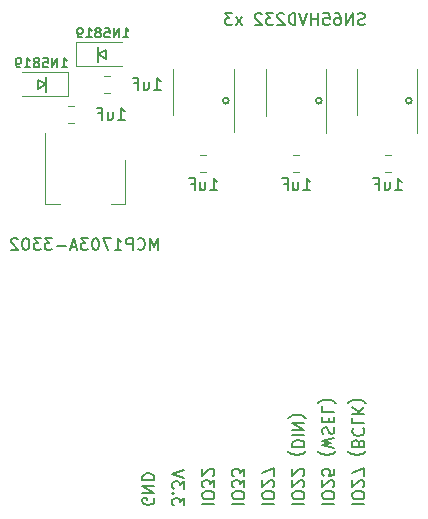
<source format=gbr>
G04 #@! TF.GenerationSoftware,KiCad,Pcbnew,5.1.5+dfsg1-2build2*
G04 #@! TF.CreationDate,2020-08-18T22:28:12+10:00*
G04 #@! TF.ProjectId,sid-board-v3,7369642d-626f-4617-9264-2d76332e6b69,rev?*
G04 #@! TF.SameCoordinates,Original*
G04 #@! TF.FileFunction,Legend,Bot*
G04 #@! TF.FilePolarity,Positive*
%FSLAX46Y46*%
G04 Gerber Fmt 4.6, Leading zero omitted, Abs format (unit mm)*
G04 Created by KiCad (PCBNEW 5.1.5+dfsg1-2build2) date 2020-08-18 22:28:12*
%MOMM*%
%LPD*%
G04 APERTURE LIST*
%ADD10C,0.150000*%
%ADD11C,0.200000*%
%ADD12C,0.120000*%
G04 APERTURE END LIST*
D10*
X126238000Y-82042000D02*
X125603000Y-81661000D01*
X126238000Y-81280000D02*
X126238000Y-82042000D01*
X125603000Y-81661000D02*
X126238000Y-81280000D01*
X125603000Y-81026000D02*
X125603000Y-82296000D01*
X120523000Y-84582000D02*
X121158000Y-84201000D01*
X120523000Y-83820000D02*
X120523000Y-84582000D01*
X121158000Y-84201000D02*
X120523000Y-83820000D01*
X121158000Y-83566000D02*
X121158000Y-84836000D01*
X136652000Y-85598000D02*
G75*
G03X136652000Y-85598000I-254000J0D01*
G01*
X144526000Y-85598000D02*
G75*
G03X144526000Y-85598000I-254000J0D01*
G01*
X152146000Y-85598000D02*
G75*
G03X152146000Y-85598000I-254000J0D01*
G01*
D11*
X130294000Y-119250095D02*
X130341619Y-119345333D01*
X130341619Y-119488190D01*
X130294000Y-119631047D01*
X130198761Y-119726285D01*
X130103523Y-119773904D01*
X129913047Y-119821523D01*
X129770190Y-119821523D01*
X129579714Y-119773904D01*
X129484476Y-119726285D01*
X129389238Y-119631047D01*
X129341619Y-119488190D01*
X129341619Y-119392952D01*
X129389238Y-119250095D01*
X129436857Y-119202476D01*
X129770190Y-119202476D01*
X129770190Y-119392952D01*
X129341619Y-118773904D02*
X130341619Y-118773904D01*
X129341619Y-118202476D01*
X130341619Y-118202476D01*
X129341619Y-117726285D02*
X130341619Y-117726285D01*
X130341619Y-117488190D01*
X130294000Y-117345333D01*
X130198761Y-117250095D01*
X130103523Y-117202476D01*
X129913047Y-117154857D01*
X129770190Y-117154857D01*
X129579714Y-117202476D01*
X129484476Y-117250095D01*
X129389238Y-117345333D01*
X129341619Y-117488190D01*
X129341619Y-117726285D01*
X132881619Y-119869142D02*
X132881619Y-119250095D01*
X132500666Y-119583428D01*
X132500666Y-119440571D01*
X132453047Y-119345333D01*
X132405428Y-119297714D01*
X132310190Y-119250095D01*
X132072095Y-119250095D01*
X131976857Y-119297714D01*
X131929238Y-119345333D01*
X131881619Y-119440571D01*
X131881619Y-119726285D01*
X131929238Y-119821523D01*
X131976857Y-119869142D01*
X131976857Y-118821523D02*
X131929238Y-118773904D01*
X131881619Y-118821523D01*
X131929238Y-118869142D01*
X131976857Y-118821523D01*
X131881619Y-118821523D01*
X132881619Y-118440571D02*
X132881619Y-117821523D01*
X132500666Y-118154857D01*
X132500666Y-118012000D01*
X132453047Y-117916761D01*
X132405428Y-117869142D01*
X132310190Y-117821523D01*
X132072095Y-117821523D01*
X131976857Y-117869142D01*
X131929238Y-117916761D01*
X131881619Y-118012000D01*
X131881619Y-118297714D01*
X131929238Y-118392952D01*
X131976857Y-118440571D01*
X132881619Y-117535809D02*
X131881619Y-117202476D01*
X132881619Y-116869142D01*
X134421619Y-119773904D02*
X135421619Y-119773904D01*
X135421619Y-119107238D02*
X135421619Y-118916761D01*
X135374000Y-118821523D01*
X135278761Y-118726285D01*
X135088285Y-118678666D01*
X134754952Y-118678666D01*
X134564476Y-118726285D01*
X134469238Y-118821523D01*
X134421619Y-118916761D01*
X134421619Y-119107238D01*
X134469238Y-119202476D01*
X134564476Y-119297714D01*
X134754952Y-119345333D01*
X135088285Y-119345333D01*
X135278761Y-119297714D01*
X135374000Y-119202476D01*
X135421619Y-119107238D01*
X135421619Y-118345333D02*
X135421619Y-117726285D01*
X135040666Y-118059619D01*
X135040666Y-117916761D01*
X134993047Y-117821523D01*
X134945428Y-117773904D01*
X134850190Y-117726285D01*
X134612095Y-117726285D01*
X134516857Y-117773904D01*
X134469238Y-117821523D01*
X134421619Y-117916761D01*
X134421619Y-118202476D01*
X134469238Y-118297714D01*
X134516857Y-118345333D01*
X135326380Y-117345333D02*
X135374000Y-117297714D01*
X135421619Y-117202476D01*
X135421619Y-116964380D01*
X135374000Y-116869142D01*
X135326380Y-116821523D01*
X135231142Y-116773904D01*
X135135904Y-116773904D01*
X134993047Y-116821523D01*
X134421619Y-117392952D01*
X134421619Y-116773904D01*
X136961619Y-119773904D02*
X137961619Y-119773904D01*
X137961619Y-119107238D02*
X137961619Y-118916761D01*
X137914000Y-118821523D01*
X137818761Y-118726285D01*
X137628285Y-118678666D01*
X137294952Y-118678666D01*
X137104476Y-118726285D01*
X137009238Y-118821523D01*
X136961619Y-118916761D01*
X136961619Y-119107238D01*
X137009238Y-119202476D01*
X137104476Y-119297714D01*
X137294952Y-119345333D01*
X137628285Y-119345333D01*
X137818761Y-119297714D01*
X137914000Y-119202476D01*
X137961619Y-119107238D01*
X137961619Y-118345333D02*
X137961619Y-117726285D01*
X137580666Y-118059619D01*
X137580666Y-117916761D01*
X137533047Y-117821523D01*
X137485428Y-117773904D01*
X137390190Y-117726285D01*
X137152095Y-117726285D01*
X137056857Y-117773904D01*
X137009238Y-117821523D01*
X136961619Y-117916761D01*
X136961619Y-118202476D01*
X137009238Y-118297714D01*
X137056857Y-118345333D01*
X137961619Y-117392952D02*
X137961619Y-116773904D01*
X137580666Y-117107238D01*
X137580666Y-116964380D01*
X137533047Y-116869142D01*
X137485428Y-116821523D01*
X137390190Y-116773904D01*
X137152095Y-116773904D01*
X137056857Y-116821523D01*
X137009238Y-116869142D01*
X136961619Y-116964380D01*
X136961619Y-117250095D01*
X137009238Y-117345333D01*
X137056857Y-117392952D01*
X139501619Y-119773904D02*
X140501619Y-119773904D01*
X140501619Y-119107238D02*
X140501619Y-118916761D01*
X140454000Y-118821523D01*
X140358761Y-118726285D01*
X140168285Y-118678666D01*
X139834952Y-118678666D01*
X139644476Y-118726285D01*
X139549238Y-118821523D01*
X139501619Y-118916761D01*
X139501619Y-119107238D01*
X139549238Y-119202476D01*
X139644476Y-119297714D01*
X139834952Y-119345333D01*
X140168285Y-119345333D01*
X140358761Y-119297714D01*
X140454000Y-119202476D01*
X140501619Y-119107238D01*
X140406380Y-118297714D02*
X140454000Y-118250095D01*
X140501619Y-118154857D01*
X140501619Y-117916761D01*
X140454000Y-117821523D01*
X140406380Y-117773904D01*
X140311142Y-117726285D01*
X140215904Y-117726285D01*
X140073047Y-117773904D01*
X139501619Y-118345333D01*
X139501619Y-117726285D01*
X140501619Y-117392952D02*
X140501619Y-116726285D01*
X139501619Y-117154857D01*
X142041619Y-119773904D02*
X143041619Y-119773904D01*
X143041619Y-119107238D02*
X143041619Y-118916761D01*
X142994000Y-118821523D01*
X142898761Y-118726285D01*
X142708285Y-118678666D01*
X142374952Y-118678666D01*
X142184476Y-118726285D01*
X142089238Y-118821523D01*
X142041619Y-118916761D01*
X142041619Y-119107238D01*
X142089238Y-119202476D01*
X142184476Y-119297714D01*
X142374952Y-119345333D01*
X142708285Y-119345333D01*
X142898761Y-119297714D01*
X142994000Y-119202476D01*
X143041619Y-119107238D01*
X142946380Y-118297714D02*
X142994000Y-118250095D01*
X143041619Y-118154857D01*
X143041619Y-117916761D01*
X142994000Y-117821523D01*
X142946380Y-117773904D01*
X142851142Y-117726285D01*
X142755904Y-117726285D01*
X142613047Y-117773904D01*
X142041619Y-118345333D01*
X142041619Y-117726285D01*
X142946380Y-117345333D02*
X142994000Y-117297714D01*
X143041619Y-117202476D01*
X143041619Y-116964380D01*
X142994000Y-116869142D01*
X142946380Y-116821523D01*
X142851142Y-116773904D01*
X142755904Y-116773904D01*
X142613047Y-116821523D01*
X142041619Y-117392952D01*
X142041619Y-116773904D01*
X141660666Y-115297714D02*
X141708285Y-115345333D01*
X141851142Y-115440571D01*
X141946380Y-115488190D01*
X142089238Y-115535809D01*
X142327333Y-115583428D01*
X142517809Y-115583428D01*
X142755904Y-115535809D01*
X142898761Y-115488190D01*
X142994000Y-115440571D01*
X143136857Y-115345333D01*
X143184476Y-115297714D01*
X142041619Y-114916761D02*
X143041619Y-114916761D01*
X143041619Y-114678666D01*
X142994000Y-114535809D01*
X142898761Y-114440571D01*
X142803523Y-114392952D01*
X142613047Y-114345333D01*
X142470190Y-114345333D01*
X142279714Y-114392952D01*
X142184476Y-114440571D01*
X142089238Y-114535809D01*
X142041619Y-114678666D01*
X142041619Y-114916761D01*
X142041619Y-113916761D02*
X143041619Y-113916761D01*
X142041619Y-113440571D02*
X143041619Y-113440571D01*
X142041619Y-112869142D01*
X143041619Y-112869142D01*
X141660666Y-112488190D02*
X141708285Y-112440571D01*
X141851142Y-112345333D01*
X141946380Y-112297714D01*
X142089238Y-112250095D01*
X142327333Y-112202476D01*
X142517809Y-112202476D01*
X142755904Y-112250095D01*
X142898761Y-112297714D01*
X142994000Y-112345333D01*
X143136857Y-112440571D01*
X143184476Y-112488190D01*
X144581619Y-119773904D02*
X145581619Y-119773904D01*
X145581619Y-119107238D02*
X145581619Y-118916761D01*
X145534000Y-118821523D01*
X145438761Y-118726285D01*
X145248285Y-118678666D01*
X144914952Y-118678666D01*
X144724476Y-118726285D01*
X144629238Y-118821523D01*
X144581619Y-118916761D01*
X144581619Y-119107238D01*
X144629238Y-119202476D01*
X144724476Y-119297714D01*
X144914952Y-119345333D01*
X145248285Y-119345333D01*
X145438761Y-119297714D01*
X145534000Y-119202476D01*
X145581619Y-119107238D01*
X145486380Y-118297714D02*
X145534000Y-118250095D01*
X145581619Y-118154857D01*
X145581619Y-117916761D01*
X145534000Y-117821523D01*
X145486380Y-117773904D01*
X145391142Y-117726285D01*
X145295904Y-117726285D01*
X145153047Y-117773904D01*
X144581619Y-118345333D01*
X144581619Y-117726285D01*
X145581619Y-116821523D02*
X145581619Y-117297714D01*
X145105428Y-117345333D01*
X145153047Y-117297714D01*
X145200666Y-117202476D01*
X145200666Y-116964380D01*
X145153047Y-116869142D01*
X145105428Y-116821523D01*
X145010190Y-116773904D01*
X144772095Y-116773904D01*
X144676857Y-116821523D01*
X144629238Y-116869142D01*
X144581619Y-116964380D01*
X144581619Y-117202476D01*
X144629238Y-117297714D01*
X144676857Y-117345333D01*
X144200666Y-115297714D02*
X144248285Y-115345333D01*
X144391142Y-115440571D01*
X144486380Y-115488190D01*
X144629238Y-115535809D01*
X144867333Y-115583428D01*
X145057809Y-115583428D01*
X145295904Y-115535809D01*
X145438761Y-115488190D01*
X145534000Y-115440571D01*
X145676857Y-115345333D01*
X145724476Y-115297714D01*
X145581619Y-115012000D02*
X144581619Y-114773904D01*
X145295904Y-114583428D01*
X144581619Y-114392952D01*
X145581619Y-114154857D01*
X144629238Y-113821523D02*
X144581619Y-113678666D01*
X144581619Y-113440571D01*
X144629238Y-113345333D01*
X144676857Y-113297714D01*
X144772095Y-113250095D01*
X144867333Y-113250095D01*
X144962571Y-113297714D01*
X145010190Y-113345333D01*
X145057809Y-113440571D01*
X145105428Y-113631047D01*
X145153047Y-113726285D01*
X145200666Y-113773904D01*
X145295904Y-113821523D01*
X145391142Y-113821523D01*
X145486380Y-113773904D01*
X145534000Y-113726285D01*
X145581619Y-113631047D01*
X145581619Y-113392952D01*
X145534000Y-113250095D01*
X145105428Y-112821523D02*
X145105428Y-112488190D01*
X144581619Y-112345333D02*
X144581619Y-112821523D01*
X145581619Y-112821523D01*
X145581619Y-112345333D01*
X144581619Y-111440571D02*
X144581619Y-111916761D01*
X145581619Y-111916761D01*
X144200666Y-111202476D02*
X144248285Y-111154857D01*
X144391142Y-111059619D01*
X144486380Y-111012000D01*
X144629238Y-110964380D01*
X144867333Y-110916761D01*
X145057809Y-110916761D01*
X145295904Y-110964380D01*
X145438761Y-111012000D01*
X145534000Y-111059619D01*
X145676857Y-111154857D01*
X145724476Y-111202476D01*
X147121619Y-119773904D02*
X148121619Y-119773904D01*
X148121619Y-119107238D02*
X148121619Y-118916761D01*
X148074000Y-118821523D01*
X147978761Y-118726285D01*
X147788285Y-118678666D01*
X147454952Y-118678666D01*
X147264476Y-118726285D01*
X147169238Y-118821523D01*
X147121619Y-118916761D01*
X147121619Y-119107238D01*
X147169238Y-119202476D01*
X147264476Y-119297714D01*
X147454952Y-119345333D01*
X147788285Y-119345333D01*
X147978761Y-119297714D01*
X148074000Y-119202476D01*
X148121619Y-119107238D01*
X148026380Y-118297714D02*
X148074000Y-118250095D01*
X148121619Y-118154857D01*
X148121619Y-117916761D01*
X148074000Y-117821523D01*
X148026380Y-117773904D01*
X147931142Y-117726285D01*
X147835904Y-117726285D01*
X147693047Y-117773904D01*
X147121619Y-118345333D01*
X147121619Y-117726285D01*
X148121619Y-117392952D02*
X148121619Y-116726285D01*
X147121619Y-117154857D01*
X146740666Y-115297714D02*
X146788285Y-115345333D01*
X146931142Y-115440571D01*
X147026380Y-115488190D01*
X147169238Y-115535809D01*
X147407333Y-115583428D01*
X147597809Y-115583428D01*
X147835904Y-115535809D01*
X147978761Y-115488190D01*
X148074000Y-115440571D01*
X148216857Y-115345333D01*
X148264476Y-115297714D01*
X147645428Y-114583428D02*
X147597809Y-114440571D01*
X147550190Y-114392952D01*
X147454952Y-114345333D01*
X147312095Y-114345333D01*
X147216857Y-114392952D01*
X147169238Y-114440571D01*
X147121619Y-114535809D01*
X147121619Y-114916761D01*
X148121619Y-114916761D01*
X148121619Y-114583428D01*
X148074000Y-114488190D01*
X148026380Y-114440571D01*
X147931142Y-114392952D01*
X147835904Y-114392952D01*
X147740666Y-114440571D01*
X147693047Y-114488190D01*
X147645428Y-114583428D01*
X147645428Y-114916761D01*
X147216857Y-113345333D02*
X147169238Y-113392952D01*
X147121619Y-113535809D01*
X147121619Y-113631047D01*
X147169238Y-113773904D01*
X147264476Y-113869142D01*
X147359714Y-113916761D01*
X147550190Y-113964380D01*
X147693047Y-113964380D01*
X147883523Y-113916761D01*
X147978761Y-113869142D01*
X148074000Y-113773904D01*
X148121619Y-113631047D01*
X148121619Y-113535809D01*
X148074000Y-113392952D01*
X148026380Y-113345333D01*
X147121619Y-112440571D02*
X147121619Y-112916761D01*
X148121619Y-112916761D01*
X147121619Y-112107238D02*
X148121619Y-112107238D01*
X147121619Y-111535809D02*
X147693047Y-111964380D01*
X148121619Y-111535809D02*
X147550190Y-112107238D01*
X146740666Y-111202476D02*
X146788285Y-111154857D01*
X146931142Y-111059619D01*
X147026380Y-111012000D01*
X147169238Y-110964380D01*
X147407333Y-110916761D01*
X147597809Y-110916761D01*
X147835904Y-110964380D01*
X147978761Y-111012000D01*
X148074000Y-111059619D01*
X148216857Y-111154857D01*
X148264476Y-111202476D01*
D12*
X123734000Y-82661000D02*
X127634000Y-82661000D01*
X123734000Y-80661000D02*
X127634000Y-80661000D01*
X123734000Y-82661000D02*
X123734000Y-80661000D01*
X147506420Y-84861825D02*
X147506420Y-82911825D01*
X147506420Y-84861825D02*
X147506420Y-86811825D01*
X152626420Y-84861825D02*
X152626420Y-82911825D01*
X152626420Y-84861825D02*
X152626420Y-88311825D01*
X121079000Y-88363252D02*
X121079000Y-94373252D01*
X127899000Y-90613252D02*
X127899000Y-94373252D01*
X121079000Y-94373252D02*
X122339000Y-94373252D01*
X127899000Y-94373252D02*
X126639000Y-94373252D01*
X142105748Y-91642000D02*
X142628252Y-91642000D01*
X142105748Y-90222000D02*
X142628252Y-90222000D01*
X149852748Y-90222000D02*
X150375252Y-90222000D01*
X149852748Y-91642000D02*
X150375252Y-91642000D01*
X144911877Y-84907159D02*
X144911877Y-88357159D01*
X144911877Y-84907159D02*
X144911877Y-82957159D01*
X139791877Y-84907159D02*
X139791877Y-86857159D01*
X139791877Y-84907159D02*
X139791877Y-82957159D01*
X123027000Y-83201000D02*
X119127000Y-83201000D01*
X123027000Y-85201000D02*
X119127000Y-85201000D01*
X123027000Y-83201000D02*
X123027000Y-85201000D01*
X134231748Y-91642000D02*
X134754252Y-91642000D01*
X134231748Y-90222000D02*
X134754252Y-90222000D01*
X123055748Y-86031000D02*
X123578252Y-86031000D01*
X123055748Y-87451000D02*
X123578252Y-87451000D01*
X137071485Y-84836000D02*
X137071485Y-88286000D01*
X137071485Y-84836000D02*
X137071485Y-82886000D01*
X131951485Y-84836000D02*
X131951485Y-86786000D01*
X131951485Y-84836000D02*
X131951485Y-82886000D01*
X126626252Y-83491000D02*
X126103748Y-83491000D01*
X126626252Y-84911000D02*
X126103748Y-84911000D01*
D10*
X127698285Y-80244904D02*
X128155428Y-80244904D01*
X127926857Y-80244904D02*
X127926857Y-79444904D01*
X128003047Y-79559190D01*
X128079238Y-79635380D01*
X128155428Y-79673476D01*
X127355428Y-80244904D02*
X127355428Y-79444904D01*
X126898285Y-80244904D01*
X126898285Y-79444904D01*
X126136380Y-79444904D02*
X126517333Y-79444904D01*
X126555428Y-79825857D01*
X126517333Y-79787761D01*
X126441142Y-79749666D01*
X126250666Y-79749666D01*
X126174476Y-79787761D01*
X126136380Y-79825857D01*
X126098285Y-79902047D01*
X126098285Y-80092523D01*
X126136380Y-80168714D01*
X126174476Y-80206809D01*
X126250666Y-80244904D01*
X126441142Y-80244904D01*
X126517333Y-80206809D01*
X126555428Y-80168714D01*
X125641142Y-79787761D02*
X125717333Y-79749666D01*
X125755428Y-79711571D01*
X125793523Y-79635380D01*
X125793523Y-79597285D01*
X125755428Y-79521095D01*
X125717333Y-79483000D01*
X125641142Y-79444904D01*
X125488761Y-79444904D01*
X125412571Y-79483000D01*
X125374476Y-79521095D01*
X125336380Y-79597285D01*
X125336380Y-79635380D01*
X125374476Y-79711571D01*
X125412571Y-79749666D01*
X125488761Y-79787761D01*
X125641142Y-79787761D01*
X125717333Y-79825857D01*
X125755428Y-79863952D01*
X125793523Y-79940142D01*
X125793523Y-80092523D01*
X125755428Y-80168714D01*
X125717333Y-80206809D01*
X125641142Y-80244904D01*
X125488761Y-80244904D01*
X125412571Y-80206809D01*
X125374476Y-80168714D01*
X125336380Y-80092523D01*
X125336380Y-79940142D01*
X125374476Y-79863952D01*
X125412571Y-79825857D01*
X125488761Y-79787761D01*
X124574476Y-80244904D02*
X125031619Y-80244904D01*
X124803047Y-80244904D02*
X124803047Y-79444904D01*
X124879238Y-79559190D01*
X124955428Y-79635380D01*
X125031619Y-79673476D01*
X124193523Y-80244904D02*
X124041142Y-80244904D01*
X123964952Y-80206809D01*
X123926857Y-80168714D01*
X123850666Y-80054428D01*
X123812571Y-79902047D01*
X123812571Y-79597285D01*
X123850666Y-79521095D01*
X123888761Y-79483000D01*
X123964952Y-79444904D01*
X124117333Y-79444904D01*
X124193523Y-79483000D01*
X124231619Y-79521095D01*
X124269714Y-79597285D01*
X124269714Y-79787761D01*
X124231619Y-79863952D01*
X124193523Y-79902047D01*
X124117333Y-79940142D01*
X123964952Y-79940142D01*
X123888761Y-79902047D01*
X123850666Y-79863952D01*
X123812571Y-79787761D01*
X130650476Y-98242380D02*
X130650476Y-97242380D01*
X130317142Y-97956666D01*
X129983809Y-97242380D01*
X129983809Y-98242380D01*
X128936190Y-98147142D02*
X128983809Y-98194761D01*
X129126666Y-98242380D01*
X129221904Y-98242380D01*
X129364761Y-98194761D01*
X129460000Y-98099523D01*
X129507619Y-98004285D01*
X129555238Y-97813809D01*
X129555238Y-97670952D01*
X129507619Y-97480476D01*
X129460000Y-97385238D01*
X129364761Y-97290000D01*
X129221904Y-97242380D01*
X129126666Y-97242380D01*
X128983809Y-97290000D01*
X128936190Y-97337619D01*
X128507619Y-98242380D02*
X128507619Y-97242380D01*
X128126666Y-97242380D01*
X128031428Y-97290000D01*
X127983809Y-97337619D01*
X127936190Y-97432857D01*
X127936190Y-97575714D01*
X127983809Y-97670952D01*
X128031428Y-97718571D01*
X128126666Y-97766190D01*
X128507619Y-97766190D01*
X126983809Y-98242380D02*
X127555238Y-98242380D01*
X127269523Y-98242380D02*
X127269523Y-97242380D01*
X127364761Y-97385238D01*
X127460000Y-97480476D01*
X127555238Y-97528095D01*
X126650476Y-97242380D02*
X125983809Y-97242380D01*
X126412380Y-98242380D01*
X125412380Y-97242380D02*
X125317142Y-97242380D01*
X125221904Y-97290000D01*
X125174285Y-97337619D01*
X125126666Y-97432857D01*
X125079047Y-97623333D01*
X125079047Y-97861428D01*
X125126666Y-98051904D01*
X125174285Y-98147142D01*
X125221904Y-98194761D01*
X125317142Y-98242380D01*
X125412380Y-98242380D01*
X125507619Y-98194761D01*
X125555238Y-98147142D01*
X125602857Y-98051904D01*
X125650476Y-97861428D01*
X125650476Y-97623333D01*
X125602857Y-97432857D01*
X125555238Y-97337619D01*
X125507619Y-97290000D01*
X125412380Y-97242380D01*
X124745714Y-97242380D02*
X124126666Y-97242380D01*
X124460000Y-97623333D01*
X124317142Y-97623333D01*
X124221904Y-97670952D01*
X124174285Y-97718571D01*
X124126666Y-97813809D01*
X124126666Y-98051904D01*
X124174285Y-98147142D01*
X124221904Y-98194761D01*
X124317142Y-98242380D01*
X124602857Y-98242380D01*
X124698095Y-98194761D01*
X124745714Y-98147142D01*
X123745714Y-97956666D02*
X123269523Y-97956666D01*
X123840952Y-98242380D02*
X123507619Y-97242380D01*
X123174285Y-98242380D01*
X122840952Y-97861428D02*
X122079047Y-97861428D01*
X121698095Y-97242380D02*
X121079047Y-97242380D01*
X121412380Y-97623333D01*
X121269523Y-97623333D01*
X121174285Y-97670952D01*
X121126666Y-97718571D01*
X121079047Y-97813809D01*
X121079047Y-98051904D01*
X121126666Y-98147142D01*
X121174285Y-98194761D01*
X121269523Y-98242380D01*
X121555238Y-98242380D01*
X121650476Y-98194761D01*
X121698095Y-98147142D01*
X120745714Y-97242380D02*
X120126666Y-97242380D01*
X120460000Y-97623333D01*
X120317142Y-97623333D01*
X120221904Y-97670952D01*
X120174285Y-97718571D01*
X120126666Y-97813809D01*
X120126666Y-98051904D01*
X120174285Y-98147142D01*
X120221904Y-98194761D01*
X120317142Y-98242380D01*
X120602857Y-98242380D01*
X120698095Y-98194761D01*
X120745714Y-98147142D01*
X119507619Y-97242380D02*
X119412380Y-97242380D01*
X119317142Y-97290000D01*
X119269523Y-97337619D01*
X119221904Y-97432857D01*
X119174285Y-97623333D01*
X119174285Y-97861428D01*
X119221904Y-98051904D01*
X119269523Y-98147142D01*
X119317142Y-98194761D01*
X119412380Y-98242380D01*
X119507619Y-98242380D01*
X119602857Y-98194761D01*
X119650476Y-98147142D01*
X119698095Y-98051904D01*
X119745714Y-97861428D01*
X119745714Y-97623333D01*
X119698095Y-97432857D01*
X119650476Y-97337619D01*
X119602857Y-97290000D01*
X119507619Y-97242380D01*
X118793333Y-97337619D02*
X118745714Y-97290000D01*
X118650476Y-97242380D01*
X118412380Y-97242380D01*
X118317142Y-97290000D01*
X118269523Y-97337619D01*
X118221904Y-97432857D01*
X118221904Y-97528095D01*
X118269523Y-97670952D01*
X118840952Y-98242380D01*
X118221904Y-98242380D01*
X142962238Y-93162380D02*
X143533666Y-93162380D01*
X143247952Y-93162380D02*
X143247952Y-92162380D01*
X143343190Y-92305238D01*
X143438428Y-92400476D01*
X143533666Y-92448095D01*
X142105095Y-92495714D02*
X142105095Y-93162380D01*
X142533666Y-92495714D02*
X142533666Y-93019523D01*
X142486047Y-93114761D01*
X142390809Y-93162380D01*
X142247952Y-93162380D01*
X142152714Y-93114761D01*
X142105095Y-93067142D01*
X141295571Y-92638571D02*
X141628904Y-92638571D01*
X141628904Y-93162380D02*
X141628904Y-92162380D01*
X141152714Y-92162380D01*
X150709238Y-93162380D02*
X151280666Y-93162380D01*
X150994952Y-93162380D02*
X150994952Y-92162380D01*
X151090190Y-92305238D01*
X151185428Y-92400476D01*
X151280666Y-92448095D01*
X149852095Y-92495714D02*
X149852095Y-93162380D01*
X150280666Y-92495714D02*
X150280666Y-93019523D01*
X150233047Y-93114761D01*
X150137809Y-93162380D01*
X149994952Y-93162380D01*
X149899714Y-93114761D01*
X149852095Y-93067142D01*
X149042571Y-92638571D02*
X149375904Y-92638571D01*
X149375904Y-93162380D02*
X149375904Y-92162380D01*
X148899714Y-92162380D01*
X148144761Y-79144761D02*
X148001904Y-79192380D01*
X147763809Y-79192380D01*
X147668571Y-79144761D01*
X147620952Y-79097142D01*
X147573333Y-79001904D01*
X147573333Y-78906666D01*
X147620952Y-78811428D01*
X147668571Y-78763809D01*
X147763809Y-78716190D01*
X147954285Y-78668571D01*
X148049523Y-78620952D01*
X148097142Y-78573333D01*
X148144761Y-78478095D01*
X148144761Y-78382857D01*
X148097142Y-78287619D01*
X148049523Y-78240000D01*
X147954285Y-78192380D01*
X147716190Y-78192380D01*
X147573333Y-78240000D01*
X147144761Y-79192380D02*
X147144761Y-78192380D01*
X146573333Y-79192380D01*
X146573333Y-78192380D01*
X145668571Y-78192380D02*
X145859047Y-78192380D01*
X145954285Y-78240000D01*
X146001904Y-78287619D01*
X146097142Y-78430476D01*
X146144761Y-78620952D01*
X146144761Y-79001904D01*
X146097142Y-79097142D01*
X146049523Y-79144761D01*
X145954285Y-79192380D01*
X145763809Y-79192380D01*
X145668571Y-79144761D01*
X145620952Y-79097142D01*
X145573333Y-79001904D01*
X145573333Y-78763809D01*
X145620952Y-78668571D01*
X145668571Y-78620952D01*
X145763809Y-78573333D01*
X145954285Y-78573333D01*
X146049523Y-78620952D01*
X146097142Y-78668571D01*
X146144761Y-78763809D01*
X144668571Y-78192380D02*
X145144761Y-78192380D01*
X145192380Y-78668571D01*
X145144761Y-78620952D01*
X145049523Y-78573333D01*
X144811428Y-78573333D01*
X144716190Y-78620952D01*
X144668571Y-78668571D01*
X144620952Y-78763809D01*
X144620952Y-79001904D01*
X144668571Y-79097142D01*
X144716190Y-79144761D01*
X144811428Y-79192380D01*
X145049523Y-79192380D01*
X145144761Y-79144761D01*
X145192380Y-79097142D01*
X144192380Y-79192380D02*
X144192380Y-78192380D01*
X144192380Y-78668571D02*
X143620952Y-78668571D01*
X143620952Y-79192380D02*
X143620952Y-78192380D01*
X143287619Y-78192380D02*
X142954285Y-79192380D01*
X142620952Y-78192380D01*
X142287619Y-79192380D02*
X142287619Y-78192380D01*
X142049523Y-78192380D01*
X141906666Y-78240000D01*
X141811428Y-78335238D01*
X141763809Y-78430476D01*
X141716190Y-78620952D01*
X141716190Y-78763809D01*
X141763809Y-78954285D01*
X141811428Y-79049523D01*
X141906666Y-79144761D01*
X142049523Y-79192380D01*
X142287619Y-79192380D01*
X141335238Y-78287619D02*
X141287619Y-78240000D01*
X141192380Y-78192380D01*
X140954285Y-78192380D01*
X140859047Y-78240000D01*
X140811428Y-78287619D01*
X140763809Y-78382857D01*
X140763809Y-78478095D01*
X140811428Y-78620952D01*
X141382857Y-79192380D01*
X140763809Y-79192380D01*
X140430476Y-78192380D02*
X139811428Y-78192380D01*
X140144761Y-78573333D01*
X140001904Y-78573333D01*
X139906666Y-78620952D01*
X139859047Y-78668571D01*
X139811428Y-78763809D01*
X139811428Y-79001904D01*
X139859047Y-79097142D01*
X139906666Y-79144761D01*
X140001904Y-79192380D01*
X140287619Y-79192380D01*
X140382857Y-79144761D01*
X140430476Y-79097142D01*
X139430476Y-78287619D02*
X139382857Y-78240000D01*
X139287619Y-78192380D01*
X139049523Y-78192380D01*
X138954285Y-78240000D01*
X138906666Y-78287619D01*
X138859047Y-78382857D01*
X138859047Y-78478095D01*
X138906666Y-78620952D01*
X139478095Y-79192380D01*
X138859047Y-79192380D01*
X137763809Y-79192380D02*
X137240000Y-78525714D01*
X137763809Y-78525714D02*
X137240000Y-79192380D01*
X136954285Y-78192380D02*
X136335238Y-78192380D01*
X136668571Y-78573333D01*
X136525714Y-78573333D01*
X136430476Y-78620952D01*
X136382857Y-78668571D01*
X136335238Y-78763809D01*
X136335238Y-79001904D01*
X136382857Y-79097142D01*
X136430476Y-79144761D01*
X136525714Y-79192380D01*
X136811428Y-79192380D01*
X136906666Y-79144761D01*
X136954285Y-79097142D01*
X122491285Y-82784904D02*
X122948428Y-82784904D01*
X122719857Y-82784904D02*
X122719857Y-81984904D01*
X122796047Y-82099190D01*
X122872238Y-82175380D01*
X122948428Y-82213476D01*
X122148428Y-82784904D02*
X122148428Y-81984904D01*
X121691285Y-82784904D01*
X121691285Y-81984904D01*
X120929380Y-81984904D02*
X121310333Y-81984904D01*
X121348428Y-82365857D01*
X121310333Y-82327761D01*
X121234142Y-82289666D01*
X121043666Y-82289666D01*
X120967476Y-82327761D01*
X120929380Y-82365857D01*
X120891285Y-82442047D01*
X120891285Y-82632523D01*
X120929380Y-82708714D01*
X120967476Y-82746809D01*
X121043666Y-82784904D01*
X121234142Y-82784904D01*
X121310333Y-82746809D01*
X121348428Y-82708714D01*
X120434142Y-82327761D02*
X120510333Y-82289666D01*
X120548428Y-82251571D01*
X120586523Y-82175380D01*
X120586523Y-82137285D01*
X120548428Y-82061095D01*
X120510333Y-82023000D01*
X120434142Y-81984904D01*
X120281761Y-81984904D01*
X120205571Y-82023000D01*
X120167476Y-82061095D01*
X120129380Y-82137285D01*
X120129380Y-82175380D01*
X120167476Y-82251571D01*
X120205571Y-82289666D01*
X120281761Y-82327761D01*
X120434142Y-82327761D01*
X120510333Y-82365857D01*
X120548428Y-82403952D01*
X120586523Y-82480142D01*
X120586523Y-82632523D01*
X120548428Y-82708714D01*
X120510333Y-82746809D01*
X120434142Y-82784904D01*
X120281761Y-82784904D01*
X120205571Y-82746809D01*
X120167476Y-82708714D01*
X120129380Y-82632523D01*
X120129380Y-82480142D01*
X120167476Y-82403952D01*
X120205571Y-82365857D01*
X120281761Y-82327761D01*
X119367476Y-82784904D02*
X119824619Y-82784904D01*
X119596047Y-82784904D02*
X119596047Y-81984904D01*
X119672238Y-82099190D01*
X119748428Y-82175380D01*
X119824619Y-82213476D01*
X118986523Y-82784904D02*
X118834142Y-82784904D01*
X118757952Y-82746809D01*
X118719857Y-82708714D01*
X118643666Y-82594428D01*
X118605571Y-82442047D01*
X118605571Y-82137285D01*
X118643666Y-82061095D01*
X118681761Y-82023000D01*
X118757952Y-81984904D01*
X118910333Y-81984904D01*
X118986523Y-82023000D01*
X119024619Y-82061095D01*
X119062714Y-82137285D01*
X119062714Y-82327761D01*
X119024619Y-82403952D01*
X118986523Y-82442047D01*
X118910333Y-82480142D01*
X118757952Y-82480142D01*
X118681761Y-82442047D01*
X118643666Y-82403952D01*
X118605571Y-82327761D01*
X135088238Y-93162380D02*
X135659666Y-93162380D01*
X135373952Y-93162380D02*
X135373952Y-92162380D01*
X135469190Y-92305238D01*
X135564428Y-92400476D01*
X135659666Y-92448095D01*
X134231095Y-92495714D02*
X134231095Y-93162380D01*
X134659666Y-92495714D02*
X134659666Y-93019523D01*
X134612047Y-93114761D01*
X134516809Y-93162380D01*
X134373952Y-93162380D01*
X134278714Y-93114761D01*
X134231095Y-93067142D01*
X133421571Y-92638571D02*
X133754904Y-92638571D01*
X133754904Y-93162380D02*
X133754904Y-92162380D01*
X133278714Y-92162380D01*
X127271880Y-87193380D02*
X127843309Y-87193380D01*
X127557595Y-87193380D02*
X127557595Y-86193380D01*
X127652833Y-86336238D01*
X127748071Y-86431476D01*
X127843309Y-86479095D01*
X126414738Y-86526714D02*
X126414738Y-87193380D01*
X126843309Y-86526714D02*
X126843309Y-87050523D01*
X126795690Y-87145761D01*
X126700452Y-87193380D01*
X126557595Y-87193380D01*
X126462357Y-87145761D01*
X126414738Y-87098142D01*
X125605214Y-86669571D02*
X125938547Y-86669571D01*
X125938547Y-87193380D02*
X125938547Y-86193380D01*
X125462357Y-86193380D01*
X130319880Y-84653380D02*
X130891309Y-84653380D01*
X130605595Y-84653380D02*
X130605595Y-83653380D01*
X130700833Y-83796238D01*
X130796071Y-83891476D01*
X130891309Y-83939095D01*
X129462738Y-83986714D02*
X129462738Y-84653380D01*
X129891309Y-83986714D02*
X129891309Y-84510523D01*
X129843690Y-84605761D01*
X129748452Y-84653380D01*
X129605595Y-84653380D01*
X129510357Y-84605761D01*
X129462738Y-84558142D01*
X128653214Y-84129571D02*
X128986547Y-84129571D01*
X128986547Y-84653380D02*
X128986547Y-83653380D01*
X128510357Y-83653380D01*
M02*

</source>
